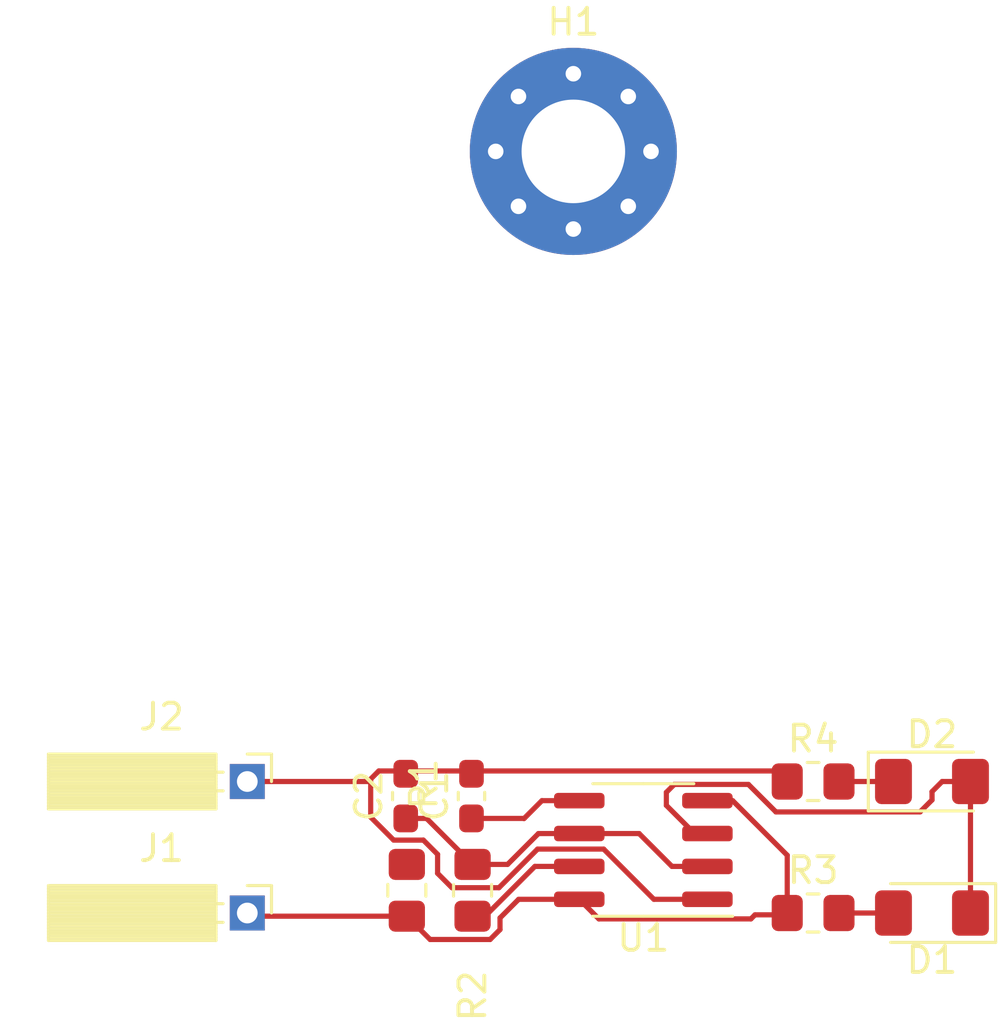
<source format=kicad_pcb>
(kicad_pcb (version 20221018) (generator pcbnew)
  (layers (0 "F.Cu" signal) (31 "B.Cu" signal) (34 "B.Paste" user) (35 "F.Paste" user) (36 "B.SilkS" user "B.Silkscreen") (37 "F.SilkS" user "F.Silkscreen") (38 "B.Mask" user) (39 "F.Mask" user) (44 "Edge.Cuts" user))
  (net 0 "")
  (net 1 "+5V")
  (net 2 "Net-(U1-DIS)")
  (net 3 "Net-(U1-THR)")
  (net 4 "Net-(D1-A)")
  (net 5 "Earth")
  (net 6 "Net-(D2-K)")
  (net 7 "Net-(D1-K)")
  (net 8 "Net-(U1-CV)")
  (footprint "LED_SMD:LED_1206_3216Metric_Pad1.42x1.75mm_HandSolder" (layer "F.Cu") (at 135.6725 114.3 180)
    (fp_text reference "D1" (at 0 -1.82) (layer "F.SilkS"))
    (fp_text value "RED")
    (fp_line (start -2.46 -1.135) (end -2.46 1.135) (stroke (width 0.12)) (layer "F.SilkS"))
    (fp_line (start -2.46 1.135) (end 1.6 1.135) (stroke (width 0.12)) (layer "F.SilkS"))
    (fp_line (start 1.6 -1.135) (end -2.46 -1.135) (stroke (width 0.12)) (layer "F.SilkS"))
    (pad "1" smd roundrect (at -1.4875 0 180) (size 1.425 1.75) (layers "F.Cu" "F.Paste" "F.Mask") (roundrect_rratio 0.175439) (net 7 "Net-(D1-K)"))
    (pad "2" smd roundrect (at 1.4875 0 180) (size 1.425 1.75) (layers "F.Cu" "F.Paste" "F.Mask") (roundrect_rratio 0.175439) (net 4 "Net-(D1-A)"))
  )
  (footprint "Resistor_SMD:R_0805_2012Metric_Pad1.20x1.40mm_HandSolder" (layer "F.Cu") (at 131.08 109.22)
    (fp_text reference "R4" (at 0 -1.65) (layer "F.SilkS"))
    (fp_text value "470")
    (fp_line (start -0.227064 -0.735) (end 0.227064 -0.735) (stroke (width 0.12)) (layer "F.SilkS"))
    (fp_line (start -0.227064 0.735) (end 0.227064 0.735) (stroke (width 0.12)) (layer "F.SilkS"))
    (pad "1" smd roundrect (at -1 0) (size 1.2 1.4) (layers "F.Cu" "F.Paste" "F.Mask") (roundrect_rratio 0.208333) (net 5 "Earth"))
    (pad "2" smd roundrect (at 1 0) (size 1.2 1.4) (layers "F.Cu" "F.Paste" "F.Mask") (roundrect_rratio 0.208333) (net 6 "Net-(D2-K)"))
  )
  (footprint "Resistor_SMD:R_0805_2012Metric_Pad1.20x1.40mm_HandSolder" (layer "F.Cu") (at 115.383345 113.422261 90)
    (fp_text reference "R1" (at 4.101848 0.659064 90) (layer "F.SilkS"))
    (fp_text value "470")
    (fp_line (start -0.227064 -0.735) (end 0.227064 -0.735) (stroke (width 0.12)) (layer "F.SilkS"))
    (fp_line (start -0.227064 0.735) (end 0.227064 0.735) (stroke (width 0.12)) (layer "F.SilkS"))
    (pad "1" smd roundrect (at -1 0 90) (size 1.2 1.4) (layers "F.Cu" "F.Paste" "F.Mask") (roundrect_rratio 0.208333) (net 1 "+5V"))
    (pad "2" smd roundrect (at 1 0 90) (size 1.2 1.4) (layers "F.Cu" "F.Paste" "F.Mask") (roundrect_rratio 0.208333) (net 2 "Net-(U1-DIS)"))
  )
  (footprint "Connector_PinSocket_2.00mm:PinSocket_1x01_P2.00mm_Horizontal" (layer "F.Cu") (at 109.22 109.22)
    (fp_text reference "J2" (at -3.31 -2.5) (layer "F.SilkS"))
    (fp_text value "Conn_01x01_Pin")
    (fp_line (start -7.68 -1.06) (end -7.68 1.06) (stroke (width 0.12)) (layer "F.SilkS"))
    (fp_line (start -7.68 -1.06) (end -1.21 -1.06) (stroke (width 0.12)) (layer "F.SilkS"))
    (fp_line (start -7.68 -0.94) (end -1.21 -0.94) (stroke (width 0.12)) (layer "F.SilkS"))
    (fp_line (start -7.68 -0.822353) (end -1.21 -0.822353) (stroke (width 0.12)) (layer "F.SilkS"))
    (fp_line (start -7.68 -0.704706) (end -1.21 -0.704706) (stroke (width 0.12)) (layer "F.SilkS"))
    (fp_line (start -7.68 -0.587059) (end -1.21 -0.587059) (stroke (width 0.12)) (layer "F.SilkS"))
    (fp_line (start -7.68 -0.469412) (end -1.21 -0.469412) (stroke (width 0.12)) (layer "F.SilkS"))
    (fp_line (start -7.68 -0.351765) (end -1.21 -0.351765) (stroke (width 0.12)) (layer "F.SilkS"))
    (fp_line (start -7.68 -0.234118) (end -1.21 -0.234118) (stroke (width 0.12)) (layer "F.SilkS"))
    (fp_line (start -7.68 -0.116471) (end -1.21 -0.116471) (stroke (width 0.12)) (layer "F.SilkS"))
    (fp_line (start -7.68 0.001176) (end -1.21 0.001176) (stroke (width 0.12)) (layer "F.SilkS"))
    (fp_line (start -7.68 0.118823) (end -1.21 0.118823) (stroke (width 0.12)) (layer "F.SilkS"))
    (fp_line (start -7.68 0.23647) (end -1.21 0.23647) (stroke (width 0.12)) (layer "F.SilkS"))
    (fp_line (start -7.68 0.354117) (end -1.21 0.354117) (stroke (width 0.12)) (layer "F.SilkS"))
    (fp_line (start -7.68 0.471764) (end -1.21 0.471764) (stroke (width 0.12)) (layer "F.SilkS"))
    (fp_line (start -7.68 0.589411) (end -1.21 0.589411) (stroke (width 0.12)) (layer "F.SilkS"))
    (fp_line (start -7.68 0.707058) (end -1.21 0.707058) (stroke (width 0.12)) (layer "F.SilkS"))
    (fp_line (start -7.68 0.824705) (end -1.21 0.824705) (stroke (width 0.12)) (layer "F.SilkS"))
    (fp_line (start -7.68 0.942352) (end -1.21 0.942352) (stroke (width 0.12)) (layer "F.SilkS"))
    (fp_line (start -7.68 1.06) (end -1.21 1.06) (stroke (width 0.12)) (layer "F.SilkS"))
    (fp_line (start -1.21 -1.06) (end -1.21 1.06) (stroke (width 0.12)) (layer "F.SilkS"))
    (fp_line (start -1.21 -0.36) (end -0.935 -0.36) (stroke (width 0.12)) (layer "F.SilkS"))
    (fp_line (start -1.21 0.36) (end -0.935 0.36) (stroke (width 0.12)) (layer "F.SilkS"))
    (fp_line (start 0 -1.06) (end 0.935 -1.06) (stroke (width 0.12)) (layer "F.SilkS"))
    (fp_line (start 0.935 -1.06) (end 0.935 0) (stroke (width 0.12)) (layer "F.SilkS"))
    (pad "1" thru_hole rect (at 0 0) (size 1.35 1.35) (drill 0.8) (layers "*.Cu" "*.Mask") (net 5 "Earth"))
  )
  (footprint "Resistor_SMD:R_0805_2012Metric_Pad1.20x1.40mm_HandSolder" (layer "F.Cu") (at 131.08 114.3)
    (fp_text reference "R3" (at 0 -1.65) (layer "F.SilkS"))
    (fp_text value "470")
    (fp_line (start -0.227064 -0.735) (end 0.227064 -0.735) (stroke (width 0.12)) (layer "F.SilkS"))
    (fp_line (start -0.227064 0.735) (end 0.227064 0.735) (stroke (width 0.12)) (layer "F.SilkS"))
    (pad "1" smd roundrect (at -1 0) (size 1.2 1.4) (layers "F.Cu" "F.Paste" "F.Mask") (roundrect_rratio 0.208333) (net 1 "+5V"))
    (pad "2" smd roundrect (at 1 0) (size 1.2 1.4) (layers "F.Cu" "F.Paste" "F.Mask") (roundrect_rratio 0.208333) (net 4 "Net-(D1-A)"))
  )
  (footprint "MountingHole:MountingHole_4mm_Pad_Via" (layer "F.Cu") (at 121.8175 84.88)
    (fp_text reference "H1" (at 0 -5) (layer "F.SilkS"))
    (fp_text value "MTH")
    (pad "1" thru_hole circle (at -3 0) (size 0.9 0.9) (drill 0.6) (layers "*.Cu" "*.Mask"))
    (pad "1" thru_hole circle (at -2.12132 -2.12132) (size 0.9 0.9) (drill 0.6) (layers "*.Cu" "*.Mask"))
    (pad "1" thru_hole circle (at -2.12132 2.12132) (size 0.9 0.9) (drill 0.6) (layers "*.Cu" "*.Mask"))
    (pad "1" thru_hole circle (at 0 -3) (size 0.9 0.9) (drill 0.6) (layers "*.Cu" "*.Mask"))
    (pad "1" thru_hole circle (at 0 0) (size 8 8) (drill 4) (layers "*.Cu" "*.Mask"))
    (pad "1" thru_hole circle (at 0 3) (size 0.9 0.9) (drill 0.6) (layers "*.Cu" "*.Mask"))
    (pad "1" thru_hole circle (at 2.12132 -2.12132) (size 0.9 0.9) (drill 0.6) (layers "*.Cu" "*.Mask"))
    (pad "1" thru_hole circle (at 2.12132 2.12132) (size 0.9 0.9) (drill 0.6) (layers "*.Cu" "*.Mask"))
    (pad "1" thru_hole circle (at 3 0) (size 0.9 0.9) (drill 0.6) (layers "*.Cu" "*.Mask"))
  )
  (footprint "Capacitor_SMD:C_0603_1608Metric_Pad1.08x0.95mm_HandSolder" (layer "F.Cu") (at 117.881402 109.783297 90)
    (fp_text reference "C1" (at 0 -1.43 90) (layer "F.SilkS"))
    (fp_text value "100n")
    (fp_line (start -0.146267 -0.51) (end 0.146267 -0.51) (stroke (width 0.12)) (layer "F.SilkS"))
    (fp_line (start -0.146267 0.51) (end 0.146267 0.51) (stroke (width 0.12)) (layer "F.SilkS"))
    (pad "1" smd roundrect (at -0.8625 0 90) (size 1.075 0.95) (layers "F.Cu" "F.Paste" "F.Mask") (net 8 "Net-(U1-CV)"))
    (pad "2" smd roundrect (at 0.8625 0 90) (size 1.075 0.95) (layers "F.Cu" "F.Paste" "F.Mask") (net 5 "Earth"))
  )
  (footprint "Resistor_SMD:R_0805_2012Metric_Pad1.20x1.40mm_HandSolder" (layer "F.Cu") (at 117.923345 113.422261 90)
    (fp_text reference "R2" (at -4.08 0 90) (layer "F.SilkS"))
    (fp_text value "1M")
    (fp_line (start -0.227064 -0.735) (end 0.227064 -0.735) (stroke (width 0.12)) (layer "F.SilkS"))
    (fp_line (start -0.227064 0.735) (end 0.227064 0.735) (stroke (width 0.12)) (layer "F.SilkS"))
    (pad "1" smd roundrect (at -1 0 90) (size 1.2 1.4) (layers "F.Cu" "F.Paste" "F.Mask") (roundrect_rratio 0.208333) (net 2 "Net-(U1-DIS)"))
    (pad "2" smd roundrect (at 1 0 90) (size 1.2 1.4) (layers "F.Cu" "F.Paste" "F.Mask") (roundrect_rratio 0.208333) (net 3 "Net-(U1-THR)"))
  )
  (footprint "LED_SMD:LED_1206_3216Metric_Pad1.42x1.75mm_HandSolder" (layer "F.Cu") (at 135.6725 109.22)
    (fp_text reference "D2" (at 0 -1.82) (layer "F.SilkS"))
    (fp_text value "GREEN")
    (fp_line (start -2.46 -1.135) (end -2.46 1.135) (stroke (width 0.12)) (layer "F.SilkS"))
    (fp_line (start -2.46 1.135) (end 1.6 1.135) (stroke (width 0.12)) (layer "F.SilkS"))
    (fp_line (start 1.6 -1.135) (end -2.46 -1.135) (stroke (width 0.12)) (layer "F.SilkS"))
    (pad "1" smd roundrect (at -1.4875 0) (size 1.425 1.75) (layers "F.Cu" "F.Paste" "F.Mask") (roundrect_rratio 0.175439) (net 6 "Net-(D2-K)"))
    (pad "2" smd roundrect (at 1.4875 0) (size 1.425 1.75) (layers "F.Cu" "F.Paste" "F.Mask") (roundrect_rratio 0.175439) (net 7 "Net-(D1-K)"))
  )
  (footprint "Capacitor_SMD:C_0603_1608Metric_Pad1.08x0.95mm_HandSolder" (layer "F.Cu") (at 115.341402 109.783297 90)
    (fp_text reference "C2" (at 0 -1.43 90) (layer "F.SilkS"))
    (fp_text value "1u")
    (fp_line (start -0.146267 -0.51) (end 0.146267 -0.51) (stroke (width 0.12)) (layer "F.SilkS"))
    (fp_line (start -0.146267 0.51) (end 0.146267 0.51) (stroke (width 0.12)) (layer "F.SilkS"))
    (pad "1" smd roundrect (at -0.8625 0 90) (size 1.075 0.95) (layers "F.Cu" "F.Paste" "F.Mask") (net 3 "Net-(U1-THR)"))
    (pad "2" smd roundrect (at 0.8625 0 90) (size 1.075 0.95) (layers "F.Cu" "F.Paste" "F.Mask") (net 5 "Earth"))
  )
  (footprint "Connector_PinSocket_2.00mm:PinSocket_1x01_P2.00mm_Horizontal" (layer "F.Cu") (at 109.22 114.3)
    (fp_text reference "J1" (at -3.31 -2.5) (layer "F.SilkS"))
    (fp_text value "Conn_01x01_Pin")
    (fp_line (start -7.68 -1.06) (end -7.68 1.06) (stroke (width 0.12)) (layer "F.SilkS"))
    (fp_line (start -7.68 -1.06) (end -1.21 -1.06) (stroke (width 0.12)) (layer "F.SilkS"))
    (fp_line (start -7.68 -0.94) (end -1.21 -0.94) (stroke (width 0.12)) (layer "F.SilkS"))
    (fp_line (start -7.68 -0.822353) (end -1.21 -0.822353) (stroke (width 0.12)) (layer "F.SilkS"))
    (fp_line (start -7.68 -0.704706) (end -1.21 -0.704706) (stroke (width 0.12)) (layer "F.SilkS"))
    (fp_line (start -7.68 -0.587059) (end -1.21 -0.587059) (stroke (width 0.12)) (layer "F.SilkS"))
    (fp_line (start -7.68 -0.469412) (end -1.21 -0.469412) (stroke (width 0.12)) (layer "F.SilkS"))
    (fp_line (start -7.68 -0.351765) (end -1.21 -0.351765) (stroke (width 0.12)) (layer "F.SilkS"))
    (fp_line (start -7.68 -0.234118) (end -1.21 -0.234118) (stroke (width 0.12)) (layer "F.SilkS"))
    (fp_line (start -7.68 -0.116471) (end -1.21 -0.116471) (stroke (width 0.12)) (layer "F.SilkS"))
    (fp_line (start -7.68 0.001176) (end -1.21 0.001176) (stroke (width 0.12)) (layer "F.SilkS"))
    (fp_line (start -7.68 0.118823) (end -1.21 0.118823) (stroke (width 0.12)) (layer "F.SilkS"))
    (fp_line (start -7.68 0.23647) (end -1.21 0.23647) (stroke (width 0.12)) (layer "F.SilkS"))
    (fp_line (start -7.68 0.354117) (end -1.21 0.354117) (stroke (width 0.12)) (layer "F.SilkS"))
    (fp_line (start -7.68 0.471764) (end -1.21 0.471764) (stroke (width 0.12)) (layer "F.SilkS"))
    (fp_line (start -7.68 0.589411) (end -1.21 0.589411) (stroke (width 0.12)) (layer "F.SilkS"))
    (fp_line (start -7.68 0.707058) (end -1.21 0.707058) (stroke (width 0.12)) (layer "F.SilkS"))
    (fp_line (start -7.68 0.824705) (end -1.21 0.824705) (stroke (width 0.12)) (layer "F.SilkS"))
    (fp_line (start -7.68 0.942352) (end -1.21 0.942352) (stroke (width 0.12)) (layer "F.SilkS"))
    (fp_line (start -7.68 1.06) (end -1.21 1.06) (stroke (width 0.12)) (layer "F.SilkS"))
    (fp_line (start -1.21 -1.06) (end -1.21 1.06) (stroke (width 0.12)) (layer "F.SilkS"))
    (fp_line (start -1.21 -0.36) (end -0.935 -0.36) (stroke (width 0.12)) (layer "F.SilkS"))
    (fp_line (start -1.21 0.36) (end -0.935 0.36) (stroke (width 0.12)) (layer "F.SilkS"))
    (fp_line (start 0 -1.06) (end 0.935 -1.06) (stroke (width 0.12)) (layer "F.SilkS"))
    (fp_line (start 0.935 -1.06) (end 0.935 0) (stroke (width 0.12)) (layer "F.SilkS"))
    (pad "1" thru_hole rect (at 0 0) (size 1.35 1.35) (drill 0.8) (layers "*.Cu" "*.Mask") (net 1 "+5V"))
  )
  (footprint "Package_SO:SOIC-8_3.9x4.9mm_P1.27mm" (layer "F.Cu") (at 124.521163 111.864618 180)
    (fp_text reference "U1" (at 0 -3.4) (layer "F.SilkS"))
    (fp_text value "NE555D")
    (fp_line (start 0 -2.56) (end -3.45 -2.56) (stroke (width 0.12)) (layer "F.SilkS"))
    (fp_line (start 0 -2.56) (end 1.95 -2.56) (stroke (width 0.12)) (layer "F.SilkS"))
    (fp_line (start 0 2.56) (end -1.95 2.56) (stroke (width 0.12)) (layer "F.SilkS"))
    (fp_line (start 0 2.56) (end 1.95 2.56) (stroke (width 0.12)) (layer "F.SilkS"))
    (pad "1" smd roundrect (at -2.475 -1.905 180) (size 1.95 0.6) (layers "F.Cu" "F.Paste" "F.Mask") (net 5 "Earth"))
    (pad "2" smd roundrect (at -2.475 -0.635 180) (size 1.95 0.6) (layers "F.Cu" "F.Paste" "F.Mask") (net 3 "Net-(U1-THR)"))
    (pad "3" smd roundrect (at -2.475 0.635 180) (size 1.95 0.6) (layers "F.Cu" "F.Paste" "F.Mask") (net 7 "Net-(D1-K)"))
    (pad "4" smd roundrect (at -2.475 1.905 180) (size 1.95 0.6) (layers "F.Cu" "F.Paste" "F.Mask") (net 1 "+5V"))
    (pad "5" smd roundrect (at 2.475 1.905 180) (size 1.95 0.6) (layers "F.Cu" "F.Paste" "F.Mask") (net 8 "Net-(U1-CV)"))
    (pad "6" smd roundrect (at 2.475 0.635 180) (size 1.95 0.6) (layers "F.Cu" "F.Paste" "F.Mask") (net 3 "Net-(U1-THR)"))
    (pad "7" smd roundrect (at 2.475 -0.635 180) (size 1.95 0.6) (layers "F.Cu" "F.Paste" "F.Mask") (net 2 "Net-(U1-DIS)"))
    (pad "8" smd roundrect (at 2.475 -1.905 180) (size 1.95 0.6) (layers "F.Cu" "F.Paste" "F.Mask") (net 1 "+5V"))
  )
  (segment (start 118.983779 114.489496) (end 118.983779 114.939645) (width 0.2) (layer "F.Cu") (net 1))
  (segment (start 116.283345 115.322261) (end 115.383345 114.422261) (width 0.2) (layer "F.Cu") (net 1))
  (segment (start 115.383345 114.422261) (end 109.342261 114.422261) (width 0.2) (layer "F.Cu") (net 1))
  (segment (start 130.08 114.3) (end 130.010382 114.369618) (width 0.2) (layer "F.Cu") (net 1))
  (segment (start 128.677598 114.526912) (end 122.803457 114.526912) (width 0.2) (layer "F.Cu") (net 1))
  (segment (start 130.08 112.068455) (end 130.08 114.3) (width 0.2) (layer "F.Cu") (net 1))
  (segment (start 122.046163 113.769618) (end 119.703657 113.769618) (width 0.2) (layer "F.Cu") (net 1))
  (segment (start 130.010382 114.369618) (end 128.834892 114.369618) (width 0.2) (layer "F.Cu") (net 1))
  (segment (start 126.996163 109.959618) (end 127.971163 109.959618) (width 0.2) (layer "F.Cu") (net 1))
  (segment (start 127.971163 109.959618) (end 130.08 112.068455) (width 0.2) (layer "F.Cu") (net 1))
  (segment (start 128.834892 114.369618) (end 128.677598 114.526912) (width 0.2) (layer "F.Cu") (net 1))
  (segment (start 122.803457 114.526912) (end 122.046163 113.769618) (width 0.2) (layer "F.Cu") (net 1))
  (segment (start 118.601163 115.322261) (end 116.283345 115.322261) (width 0.2) (layer "F.Cu") (net 1))
  (segment (start 109.342261 114.422261) (end 109.22 114.3) (width 0.2) (layer "F.Cu") (net 1))
  (segment (start 119.703657 113.769618) (end 118.983779 114.489496) (width 0.2) (layer "F.Cu") (net 1))
  (segment (start 118.983779 114.939645) (end 118.601163 115.322261) (width 0.2) (layer "F.Cu") (net 1))
  (segment (start 122.046163 112.499618) (end 120.330652 112.499618) (width 0.2) (layer "F.Cu") (net 2))
  (segment (start 117.383345 114.422261) (end 117.923345 114.422261) (width 0.2) (layer "F.Cu") (net 2))
  (segment (start 118.408009 114.422261) (end 117.923345 114.422261) (width 0.2) (layer "F.Cu") (net 2))
  (segment (start 120.330652 112.499618) (end 118.408009 114.422261) (width 0.2) (layer "F.Cu") (net 2))
  (segment (start 117.923345 112.223143) (end 117.923345 112.422261) (width 0.2) (layer "F.Cu") (net 3))
  (segment (start 122.046163 111.229618) (end 120.46928 111.229618) (width 0.2) (layer "F.Cu") (net 3))
  (segment (start 119.276637 112.422261) (end 117.923345 112.422261) (width 0.2) (layer "F.Cu") (net 3))
  (segment (start 122.046163 111.229618) (end 124.357381 111.229618) (width 0.2) (layer "F.Cu") (net 3))
  (segment (start 124.357381 111.229618) (end 125.627381 112.499618) (width 0.2) (layer "F.Cu") (net 3))
  (segment (start 125.627381 112.499618) (end 126.996163 112.499618) (width 0.2) (layer "F.Cu") (net 3))
  (segment (start 116.146881 110.645797) (end 117.923345 112.422261) (width 0.2) (layer "F.Cu") (net 3))
  (segment (start 115.341402 110.645797) (end 116.146881 110.645797) (width 0.2) (layer "F.Cu") (net 3))
  (segment (start 120.46928 111.229618) (end 119.276637 112.422261) (width 0.2) (layer "F.Cu") (net 3))
  (segment (start 132.08 114.3) (end 134.185 114.3) (width 0.2) (layer "F.Cu") (net 4))
  (segment (start 114.875055 111.483297) (end 113.987962 110.596204) (width 0.2) (layer "F.Cu") (net 5))
  (segment (start 126.996163 113.769618) (end 124.927559 113.769618) (width 0.2) (layer "F.Cu") (net 5))
  (segment (start 113.987962 109.124538) (end 114.3 108.8125) (width 0.2) (layer "F.Cu") (net 5))
  (segment (start 116.022199 111.483297) (end 114.875055 111.483297) (width 0.2) (layer "F.Cu") (net 5))
  (segment (start 109.22 109.22) (end 113.8925 109.22) (width 0.2) (layer "F.Cu") (net 5))
  (segment (start 126.996163 113.769618) (end 127.530382 113.769618) (width 0.2) (layer "F.Cu") (net 5))
  (segment (start 113.987962 110.596204) (end 113.987962 109.124538) (width 0.2) (layer "F.Cu") (net 5))
  (segment (start 124.927559 113.769618) (end 122.987559 111.829618) (width 0.2) (layer "F.Cu") (net 5))
  (segment (start 122.987559 111.829618) (end 120.434966 111.829618) (width 0.2) (layer "F.Cu") (net 5))
  (segment (start 120.434966 111.829618) (end 118.942323 113.322261) (width 0.2) (layer "F.Cu") (net 5))
  (segment (start 129.6725 108.8125) (end 130.08 109.22) (width 0.2) (layer "F.Cu") (net 5))
  (segment (start 118.942323 113.322261) (end 117.127467 113.322261) (width 0.2) (layer "F.Cu") (net 5))
  (segment (start 114.3 108.8125) (end 129.6725 108.8125) (width 0.2) (layer "F.Cu") (net 5))
  (segment (start 116.572006 112.7668) (end 116.572006 112.033104) (width 0.2) (layer "F.Cu") (net 5))
  (segment (start 117.127467 113.322261) (end 116.572006 112.7668) (width 0.2) (layer "F.Cu") (net 5))
  (segment (start 116.572006 112.033104) (end 116.022199 111.483297) (width 0.2) (layer "F.Cu") (net 5))
  (segment (start 113.8925 109.22) (end 113.987962 109.124538) (width 0.2) (layer "F.Cu") (net 5))
  (segment (start 132.08 109.22) (end 134.185 109.22) (width 0.2) (layer "F.Cu") (net 6))
  (segment (start 135.674343 109.611035) (end 135.674343 109.932244) (width 0.2) (layer "F.Cu") (net 7))
  (segment (start 125.409658 110.141726) (end 126.49755 111.229618) (width 0.2) (layer "F.Cu") (net 7))
  (segment (start 135.211587 110.395) (end 129.643115 110.395) (width 0.2) (layer "F.Cu") (net 7))
  (segment (start 135.674343 109.932244) (end 135.211587 110.395) (width 0.2) (layer "F.Cu") (net 7))
  (segment (start 128.579839 109.331724) (end 125.7169 109.331724) (width 0.2) (layer "F.Cu") (net 7))
  (segment (start 136.065378 109.22) (end 135.674343 109.611035) (width 0.2) (layer "F.Cu") (net 7))
  (segment (start 137.16 109.22) (end 136.065378 109.22) (width 0.2) (layer "F.Cu") (net 7))
  (segment (start 125.7169 109.331724) (end 125.409658 109.638966) (width 0.2) (layer "F.Cu") (net 7))
  (segment (start 125.409658 109.638966) (end 125.409658 110.141726) (width 0.2) (layer "F.Cu") (net 7))
  (segment (start 137.16 109.22) (end 137.16 114.3) (width 0.2) (layer "F.Cu") (net 7))
  (segment (start 129.643115 110.395) (end 128.579839 109.331724) (width 0.2) (layer "F.Cu") (net 7))
  (segment (start 126.49755 111.229618) (end 126.996163 111.229618) (width 0.2) (layer "F.Cu") (net 7))
  (segment (start 119.911947 110.645797) (end 117.881402 110.645797) (width 0.2) (layer "F.Cu") (net 8))
  (segment (start 119.914035 110.647885) (end 119.911947 110.645797) (width 0.2) (layer "F.Cu") (net 8))
  (segment (start 122.046163 109.959618) (end 120.602302 109.959618) (width 0.2) (layer "F.Cu") (net 8))
  (segment (start 120.602302 109.959618) (end 119.914035 110.647885) (width 0.2) (layer "F.Cu") (net 8))
)
</source>
